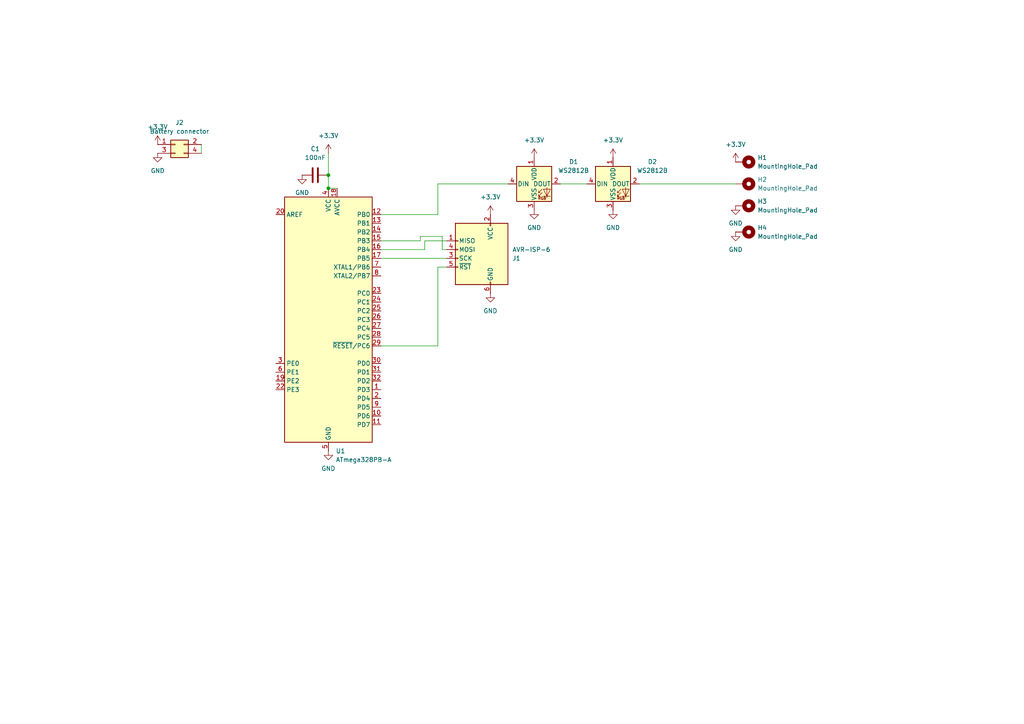
<source format=kicad_sch>
(kicad_sch (version 20250114) (generator "eeschema") (generator_version "9.0")
  (paper "A4")
  (lib_symbols
    (symbol "Connector:AVR-ISP-6" (pin_names (offset 1.016))
      (property "Reference" "J" (at -6.35 11.43 0))
      (property "Value" "AVR-ISP-6" (at 0 11.43 0))
      (symbol "AVR-ISP-6_0_1"
        (rectangle (start -2.667 10.16) (end -2.413 9.398))
        (rectangle (start -2.667 -6.858) (end -2.413 -7.62))
        (rectangle (start 7.62 10.16) (end -7.62 -7.62) (stroke (width 0.254)) (fill (type background)))
        (rectangle (start 7.62 5.207) (end 6.858 4.953))
        (rectangle (start 7.62 2.667) (end 6.858 2.413))
        (rectangle (start 7.62 0.127) (end 6.858 -0.127))
        (rectangle (start 7.62 -2.413) (end 6.858 -2.667))
      )
      (symbol "AVR-ISP-6_1_1"
        (pin passive line (at -2.54 12.7 270) (length 2.54) (name "VCC") (number "2"))
        (pin passive line (at -2.54 -10.16 90) (length 2.54) (name "GND") (number "6"))
        (pin passive line (at 10.16 5.08 180) (length 2.54) (name "MISO") (number "1"))
        (pin passive line (at 10.16 2.54 180) (length 2.54) (name "MOSI") (number "4"))
        (pin passive line (at 10.16 0 180) (length 2.54) (name "SCK") (number "3"))
        (pin passive line (at 10.16 -2.54 180) (length 2.54) (name "~{RST}") (number "5"))
      )
    )
    (symbol "Connector_Generic:Conn_02x02_Odd_Even" (pin_names (offset 1.016) (hide yes))
      (property "Reference" "J" (at 1.27 2.54 0))
      (property "Value" "Conn_02x02_Odd_Even" (at 1.27 -5.08 0))
      (symbol "Conn_02x02_Odd_Even_1_1"
        (rectangle (start -1.27 1.27) (end 3.81 -3.81) (stroke (width 0.254)) (fill (type background)))
        (rectangle (start -1.27 0.127) (end 0 -0.127) (stroke (width 0.1524)))
        (rectangle (start -1.27 -2.413) (end 0 -2.667) (stroke (width 0.1524)))
        (rectangle (start 3.81 0.127) (end 2.54 -0.127) (stroke (width 0.1524)))
        (rectangle (start 3.81 -2.413) (end 2.54 -2.667) (stroke (width 0.1524)))
        (pin passive line (at -5.08 0 0) (length 3.81) (name "Pin_1") (number "1"))
        (pin passive line (at -5.08 -2.54 0) (length 3.81) (name "Pin_3") (number "3"))
        (pin passive line (at 7.62 0 180) (length 3.81) (name "Pin_2") (number "2"))
        (pin passive line (at 7.62 -2.54 180) (length 3.81) (name "Pin_4") (number "4"))
      )
    )
    (symbol "Device:C" (pin_numbers (hide yes)) (pin_names (offset 0.254))
      (property "Reference" "C" (at 0.635 2.54 0))
      (property "Value" "C" (at 0.635 -2.54 0))
      (symbol "C_0_1"
        (polyline (pts (xy -2.032 0.762) (xy 2.032 0.762)) (stroke (width 0.508)))
        (polyline (pts (xy -2.032 -0.762) (xy 2.032 -0.762)) (stroke (width 0.508)))
      )
      (symbol "C_1_1"
        (pin passive line (at 0 3.81 270) (length 2.794) (name "~") (number "1"))
        (pin passive line (at 0 -3.81 90) (length 2.794) (name "~") (number "2"))
      )
    )
    (symbol "LED:WS2812B" (pin_names (offset 0.254))
      (property "Reference" "D" (at 5.08 5.715 0))
      (property "Value" "WS2812B" (at 1.27 -5.715 0))
      (symbol "WS2812B_0_0"
        (text "RGB" (at 2.286 -4.191 0) (effects (font (size 0.762 0.762))))
      )
      (symbol "WS2812B_0_1"
        (polyline (pts (xy 1.27 -2.54) (xy 1.778 -2.54)))
        (polyline (pts (xy 1.27 -3.556) (xy 1.778 -3.556)))
        (polyline (pts (xy 2.286 -1.524) (xy 1.27 -2.54) (xy 1.27 -2.032)))
        (polyline (pts (xy 2.286 -2.54) (xy 1.27 -3.556) (xy 1.27 -3.048)))
        (polyline (pts (xy 3.683 -1.016) (xy 3.683 -3.556) (xy 3.683 -4.064)))
        (polyline (pts (xy 4.699 -1.524) (xy 2.667 -1.524) (xy 3.683 -3.556) (xy 4.699 -1.524)))
        (polyline (pts (xy 4.699 -3.556) (xy 2.667 -3.556)))
        (rectangle (start 5.08 5.08) (end -5.08 -5.08) (stroke (width 0.254)) (fill (type background)))
      )
      (symbol "WS2812B_1_1"
        (pin input line (at -7.62 0 0) (length 2.54) (name "DIN") (number "4"))
        (pin power_in line (at 0 7.62 270) (length 2.54) (name "VDD") (number "1"))
        (pin power_in line (at 0 -7.62 90) (length 2.54) (name "VSS") (number "3"))
        (pin output line (at 7.62 0 180) (length 2.54) (name "DOUT") (number "2"))
      )
    )
    (symbol "MCU_Microchip_ATmega:ATmega328PB-A"
      (property "Reference" "U" (at -12.7 36.83 0))
      (property "Value" "ATmega328PB-A" (at 2.54 -36.83 0))
      (symbol "ATmega328PB-A_0_1"
        (rectangle (start -12.7 -35.56) (end 12.7 35.56) (stroke (width 0.254)) (fill (type background)))
      )
      (symbol "ATmega328PB-A_1_1"
        (pin passive line (at -15.24 30.48 0) (length 2.54) (name "AREF") (number "20"))
        (pin bidirectional line (at -15.24 -12.7 0) (length 2.54) (name "PE0") (number "3"))
        (pin bidirectional line (at -15.24 -15.24 0) (length 2.54) (name "PE1") (number "6"))
        (pin bidirectional line (at -15.24 -17.78 0) (length 2.54) (name "PE2") (number "19"))
        (pin bidirectional line (at -15.24 -20.32 0) (length 2.54) (name "PE3") (number "22"))
        (pin power_in line (at 0 38.1 270) (length 2.54) (name "VCC") (number "4"))
        (pin passive line (at 0 -38.1 90) (length 2.54) (hide yes) (name "GND") (number "21"))
        (pin power_in line (at 0 -38.1 90) (length 2.54) (name "GND") (number "5"))
        (pin power_in line (at 2.54 38.1 270) (length 2.54) (name "AVCC") (number "18"))
        (pin bidirectional line (at 15.24 30.48 180) (length 2.54) (name "PB0") (number "12"))
        (pin bidirectional line (at 15.24 27.94 180) (length 2.54) (name "PB1") (number "13"))
        (pin bidirectional line (at 15.24 25.4 180) (length 2.54) (name "PB2") (number "14"))
        (pin bidirectional line (at 15.24 22.86 180) (length 2.54) (name "PB3") (number "15"))
        (pin bidirectional line (at 15.24 20.32 180) (length 2.54) (name "PB4") (number "16"))
        (pin bidirectional line (at 15.24 17.78 180) (length 2.54) (name "PB5") (number "17"))
        (pin bidirectional line (at 15.24 15.24 180) (length 2.54) (name "XTAL1/PB6") (number "7"))
        (pin bidirectional line (at 15.24 12.7 180) (length 2.54) (name "XTAL2/PB7") (number "8"))
        (pin bidirectional line (at 15.24 7.62 180) (length 2.54) (name "PC0") (number "23"))
        (pin bidirectional line (at 15.24 5.08 180) (length 2.54) (name "PC1") (number "24"))
        (pin bidirectional line (at 15.24 2.54 180) (length 2.54) (name "PC2") (number "25"))
        (pin bidirectional line (at 15.24 0 180) (length 2.54) (name "PC3") (number "26"))
        (pin bidirectional line (at 15.24 -2.54 180) (length 2.54) (name "PC4") (number "27"))
        (pin bidirectional line (at 15.24 -5.08 180) (length 2.54) (name "PC5") (number "28"))
        (pin bidirectional line (at 15.24 -7.62 180) (length 2.54) (name "~{RESET}/PC6") (number "29"))
        (pin bidirectional line (at 15.24 -12.7 180) (length 2.54) (name "PD0") (number "30"))
        (pin bidirectional line (at 15.24 -15.24 180) (length 2.54) (name "PD1") (number "31"))
        (pin bidirectional line (at 15.24 -17.78 180) (length 2.54) (name "PD2") (number "32"))
        (pin bidirectional line (at 15.24 -20.32 180) (length 2.54) (name "PD3") (number "1"))
        (pin bidirectional line (at 15.24 -22.86 180) (length 2.54) (name "PD4") (number "2"))
        (pin bidirectional line (at 15.24 -25.4 180) (length 2.54) (name "PD5") (number "9"))
        (pin bidirectional line (at 15.24 -27.94 180) (length 2.54) (name "PD6") (number "10"))
        (pin bidirectional line (at 15.24 -30.48 180) (length 2.54) (name "PD7") (number "11"))
      )
    )
    (symbol "Mechanical:MountingHole_Pad" (pin_numbers (hide yes)) (pin_names (offset 1.016) (hide yes)) (in_bom no)
      (property "Reference" "H" (at 0 6.35 0))
      (property "Value" "MountingHole_Pad" (at 0 4.445 0))
      (symbol "MountingHole_Pad_0_1"
        (circle (center 0 1.27) (radius 1.27) (stroke (width 1.27)))
      )
      (symbol "MountingHole_Pad_1_1"
        (pin input line (at 0 -2.54 90) (length 2.54) (name "1") (number "1"))
      )
    )
    (symbol "power:+3.3V" (power) (pin_numbers (hide yes)) (pin_names (offset 0) (hide yes))
      (property "Value" "+3.3V" (at 0 3.556 0))
      (symbol "+3.3V_0_1"
        (polyline (pts (xy -0.762 1.27) (xy 0 2.54)))
        (polyline (pts (xy 0 2.54) (xy 0.762 1.27)))
        (polyline (pts (xy 0 0) (xy 0 2.54)))
      )
      (symbol "+3.3V_1_1"
        (pin power_in line (at 0 0 90) (length 0) (name "~") (number "1"))
      )
    )
    (symbol "power:GND" (power) (pin_numbers (hide yes)) (pin_names (offset 0) (hide yes))
      (property "Value" "GND" (at 0 -3.81 0))
      (symbol "GND_0_1"
        (polyline (pts (xy 0 0) (xy 0 -1.27) (xy 1.27 -1.27) (xy 0 -2.54) (xy -1.27 -1.27) (xy 0 -1.27)))
      )
      (symbol "GND_1_1"
        (pin power_in line (at 0 0 270) (length 0) (name "~") (number "1"))
      )
    )
  )
  (junction (at 95.25 54.61))
  (junction (at 95.25 50.8))
  (wire (pts (xy 58.42 41.91) (xy 58.42 44.45)))
  (wire (pts (xy 121.92 69.85) (xy 110.49 69.85)))
  (wire (pts (xy 95.25 44.45) (xy 95.25 50.8)))
  (wire (pts (xy 121.92 68.58) (xy 121.92 69.85)))
  (wire (pts (xy 128.27 72.39) (xy 128.27 68.58)))
  (wire (pts (xy 185.42 53.34) (xy 213.36 53.34)))
  (wire (pts (xy 95.25 54.61) (xy 97.79 54.61)))
  (wire (pts (xy 129.54 72.39) (xy 128.27 72.39)))
  (wire (pts (xy 110.49 100.33) (xy 127 100.33)))
  (wire (pts (xy 129.54 69.85) (xy 123.19 69.85)))
  (wire (pts (xy 147.32 53.34) (xy 127 53.34)))
  (wire (pts (xy 95.25 50.8) (xy 95.25 54.61)))
  (wire (pts (xy 162.56 53.34) (xy 170.18 53.34)))
  (wire (pts (xy 110.49 74.93) (xy 129.54 74.93)))
  (wire (pts (xy 127 62.23) (xy 110.49 62.23)))
  (wire (pts (xy 127 77.47) (xy 129.54 77.47)))
  (wire (pts (xy 127 53.34) (xy 127 62.23)))
  (wire (pts (xy 128.27 68.58) (xy 121.92 68.58)))
  (wire (pts (xy 127 100.33) (xy 127 77.47)))
  (wire (pts (xy 123.19 69.85) (xy 123.19 72.39)))
  (wire (pts (xy 123.19 72.39) (xy 110.49 72.39)))
  (symbol (lib_id "LED:WS2812B") (at 154.94 53.34 0) (unit 1)
    (property "Reference" "D1" (at 166.37 46.9198 0))
    (property "Value" "WS2812B" (at 166.37 49.4598 0))
    (property "Footprint" "LED_SMD:LED_WS2812B_PLCC4_5.0x5.0mm_P3.2mm" (effects (hide yes)))
    (property "Datasheet" "https://cdn-shop.adafruit.com/datasheets/WS2812B.pdf" (effects (hide yes)))
    (property "Description" "RGB LED with integrated controller" (effects (hide yes)))
  )
  (symbol (lib_id "power:+3.3V") (at 213.36 46.99 0) (unit 1)
    (property "Reference" "#PWR04" (effects (hide yes)))
    (property "Value" "+3.3V" (at 213.36 41.91 0))
    (property "Description" "Power symbol creates a global label with name \"+3.3V\"" (effects (hide yes)))
  )
  (symbol (lib_id "Mechanical:MountingHole_Pad") (at 215.9 46.99 270) (unit 1) (in_bom no)
    (property "Reference" "H1" (at 219.71 45.7199 90) (effects (justify left)))
    (property "Value" "MountingHole_Pad" (at 219.71 48.2599 90) (effects (justify left)))
    (property "Footprint" "MountingHole:MountingHole_3.2mm_M3_Pad_Via" (effects (hide yes)))
    (property "Description" "Mounting Hole with connection" (effects (hide yes)))
  )
  (symbol (lib_id "power:GND") (at 177.8 60.96 0) (unit 1)
    (property "Reference" "#PWR010" (effects (hide yes)))
    (property "Value" "GND" (at 177.8 66.04 0))
    (property "Description" "Power symbol creates a global label with name \"GND\" , ground" (effects (hide yes)))
  )
  (symbol (lib_id "Mechanical:MountingHole_Pad") (at 215.9 67.31 270) (unit 1) (in_bom no)
    (property "Reference" "H4" (at 219.71 66.0399 90) (effects (justify left)))
    (property "Value" "MountingHole_Pad" (at 219.71 68.5799 90) (effects (justify left)))
    (property "Footprint" "MountingHole:MountingHole_3.2mm_M3_Pad_Via" (effects (hide yes)))
    (property "Description" "Mounting Hole with connection" (effects (hide yes)))
  )
  (symbol (lib_id "power:+3.3V") (at 177.8 45.72 0) (unit 1)
    (property "Reference" "#PWR03" (effects (hide yes)))
    (property "Value" "+3.3V" (at 177.8 40.64 0))
    (property "Description" "Power symbol creates a global label with name \"+3.3V\"" (effects (hide yes)))
  )
  (symbol (lib_id "power:GND") (at 95.25 130.81 0) (unit 1)
    (property "Reference" "#PWR014" (effects (hide yes)))
    (property "Value" "GND" (at 95.25 135.89 0))
    (property "Description" "Power symbol creates a global label with name \"GND\" , ground" (effects (hide yes)))
  )
  (symbol (lib_id "power:+3.3V") (at 95.25 44.45 0) (unit 1)
    (property "Reference" "#PWR07" (effects (hide yes)))
    (property "Value" "+3.3V" (at 95.25 39.37 0))
    (property "Description" "Power symbol creates a global label with name \"+3.3V\"" (effects (hide yes)))
  )
  (symbol (lib_id "Mechanical:MountingHole_Pad") (at 215.9 59.69 270) (unit 1) (in_bom no)
    (property "Reference" "H3" (at 219.71 58.4199 90) (effects (justify left)))
    (property "Value" "MountingHole_Pad" (at 219.71 60.9599 90) (effects (justify left)))
    (property "Footprint" "MountingHole:MountingHole_3.2mm_M3_Pad_Via" (effects (hide yes)))
    (property "Description" "Mounting Hole with connection" (effects (hide yes)))
  )
  (symbol (lib_id "power:GND") (at 87.63 50.8 0) (unit 1)
    (property "Reference" "#PWR017" (effects (hide yes)))
    (property "Value" "GND" (at 87.63 55.88 0))
    (property "Description" "Power symbol creates a global label with name \"GND\" , ground" (effects (hide yes)))
  )
  (symbol (lib_id "power:GND") (at 213.36 59.69 0) (unit 1)
    (property "Reference" "#PWR05" (effects (hide yes)))
    (property "Value" "GND" (at 213.36 64.77 0))
    (property "Description" "Power symbol creates a global label with name \"GND\" , ground" (effects (hide yes)))
  )
  (symbol (lib_id "power:+3.3V") (at 45.72 41.91 0) (unit 1)
    (property "Reference" "#PWR015" (effects (hide yes)))
    (property "Value" "+3.3V" (at 45.72 36.83 0))
    (property "Description" "Power symbol creates a global label with name \"+3.3V\"" (effects (hide yes)))
  )
  (symbol (lib_id "power:GND") (at 154.94 60.96 0) (unit 1)
    (property "Reference" "#PWR08" (effects (hide yes)))
    (property "Value" "GND" (at 154.94 66.04 0))
    (property "Description" "Power symbol creates a global label with name \"GND\" , ground" (effects (hide yes)))
  )
  (symbol (lib_id "LED:WS2812B") (at 177.8 53.34 0) (unit 1)
    (property "Reference" "D2" (at 189.23 46.9198 0))
    (property "Value" "WS2812B" (at 189.23 49.4598 0))
    (property "Footprint" "LED_SMD:LED_WS2812B_PLCC4_5.0x5.0mm_P3.2mm" (effects (hide yes)))
    (property "Datasheet" "https://cdn-shop.adafruit.com/datasheets/WS2812B.pdf" (effects (hide yes)))
    (property "Description" "RGB LED with integrated controller" (effects (hide yes)))
  )
  (symbol (lib_id "Connector:AVR-ISP-6") (at 139.7 74.93 0) (mirror y) (unit 1)
    (property "Reference" "J1" (at 148.59 74.9301 0) (effects (justify right)))
    (property "Value" "AVR-ISP-6" (at 148.59 72.3901 0) (effects (justify right)))
    (property "Footprint" "Connector_PinSocket_2.54mm:PinSocket_2x03_P2.54mm_Vertical_SMD" (effects (hide yes)))
    (property "Description" "Atmel 6-pin ISP connector" (effects (hide yes)))
  )
  (symbol (lib_id "MCU_Microchip_ATmega:ATmega328PB-A") (at 95.25 92.71 0) (unit 1)
    (property "Reference" "U1" (at 97.3933 130.81 0) (effects (justify left)))
    (property "Value" "ATmega328PB-A" (at 97.3933 133.35 0) (effects (justify left)))
    (property "Footprint" "Package_QFP:TQFP-32_7x7mm_P0.8mm" (effects (hide yes)))
    (property "Datasheet" "http://ww1.microchip.com/downloads/en/DeviceDoc/40001906C.pdf" (effects (hide yes)))
    (property "Description" "20MHz, 32kB Flash, 2kB SRAM, 1kB EEPROM, TQFP-32" (effects (hide yes)))
  )
  (symbol (lib_id "Mechanical:MountingHole_Pad") (at 215.9 53.34 270) (unit 1) (in_bom no)
    (property "Reference" "H2" (at 219.71 52.0699 90) (effects (justify left)))
    (property "Value" "MountingHole_Pad" (at 219.71 54.6099 90) (effects (justify left)))
    (property "Footprint" "MountingHole:MountingHole_3.2mm_M3_Pad_Via" (effects (hide yes)))
    (property "Description" "Mounting Hole with connection" (effects (hide yes)))
  )
  (symbol (lib_id "power:+3.3V") (at 142.24 62.23 0) (unit 1)
    (property "Reference" "#PWR020" (effects (hide yes)))
    (property "Value" "+3.3V" (at 142.24 57.15 0))
    (property "Description" "Power symbol creates a global label with name \"+3.3V\"" (effects (hide yes)))
  )
  (symbol (lib_id "power:GND") (at 45.72 44.45 0) (unit 1)
    (property "Reference" "#PWR016" (effects (hide yes)))
    (property "Value" "GND" (at 45.72 49.53 0))
    (property "Description" "Power symbol creates a global label with name \"GND\" , ground" (effects (hide yes)))
  )
  (symbol (lib_id "power:+3.3V") (at 154.94 45.72 0) (unit 1)
    (property "Reference" "#PWR01" (effects (hide yes)))
    (property "Value" "+3.3V" (at 154.94 40.64 0))
    (property "Description" "Power symbol creates a global label with name \"+3.3V\"" (effects (hide yes)))
  )
  (symbol (lib_id "Device:C") (at 91.44 50.8 90) (unit 1)
    (property "Reference" "C1" (at 91.44 43.18 90))
    (property "Value" "100nF" (at 91.44 45.72 90))
    (property "Footprint" "Capacitor_SMD:C_0603_1608Metric_Pad1.08x0.95mm_HandSolder" (effects (hide yes)))
    (property "Description" "Unpolarized capacitor" (effects (hide yes)))
  )
  (symbol (lib_id "power:GND") (at 142.24 85.09 0) (unit 1)
    (property "Reference" "#PWR021" (effects (hide yes)))
    (property "Value" "GND" (at 142.24 90.17 0))
    (property "Description" "Power symbol creates a global label with name \"GND\" , ground" (effects (hide yes)))
  )
  (symbol (lib_id "power:GND") (at 213.36 67.31 0) (unit 1)
    (property "Reference" "#PWR06" (effects (hide yes)))
    (property "Value" "GND" (at 213.36 72.39 0))
    (property "Description" "Power symbol creates a global label with name \"GND\" , ground" (effects (hide yes)))
  )
  (symbol (lib_id "Connector_Generic:Conn_02x02_Odd_Even") (at 50.8 41.91 0) (unit 1)
    (property "Reference" "J2" (at 52.07 35.56 0))
    (property "Value" "Battery connector" (at 52.07 38.1 0))
    (property "Footprint" "imponator_footprint_lib:BAT_1022" (effects (hide yes)))
    (property "Description" "Generic connector, double row, 02x02, odd/even pin numbering scheme (row 1 odd numbers, row 2 even numbers), script generated (kicad-library-utils/schlib/autogen/connector/)" (effects (hide yes)))
  )
)
</source>
